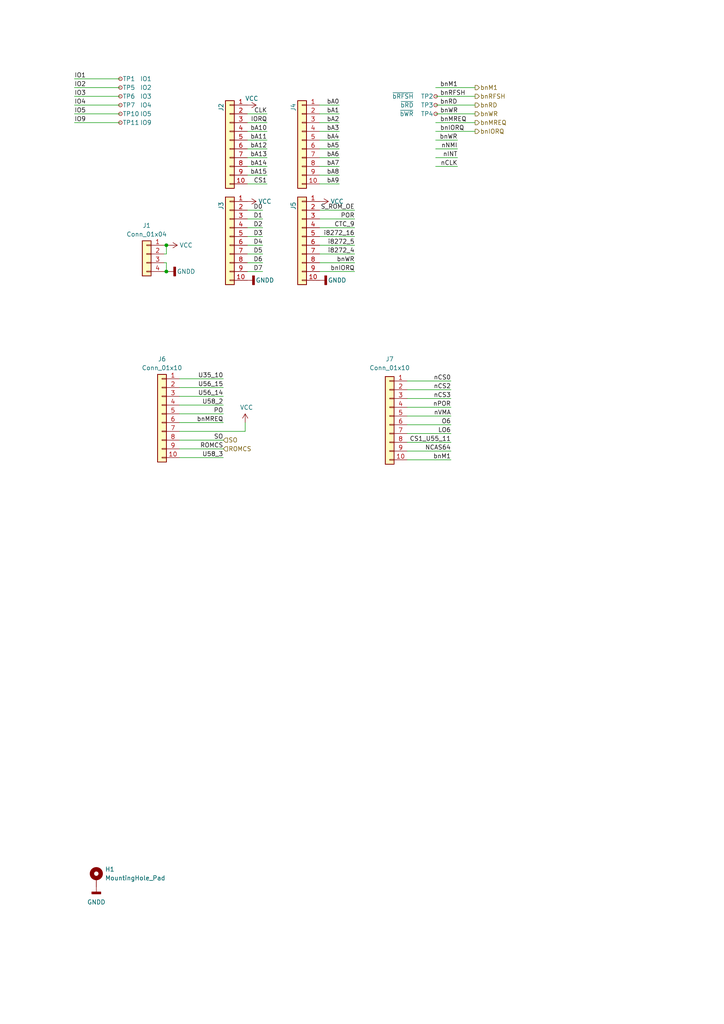
<source format=kicad_sch>
(kicad_sch (version 20230121) (generator eeschema)
  (paper "A4" portrait)
  (lib_symbols
    (symbol "Connector:TestPoint_Small" (pin_numbers hide) (pin_names (offset 0.762) hide)
      (property "Reference" "TP" (at 0 3.81 0))
      (property "Value" "TestPoint_Small" (at 0 2.032 0))
      (symbol "TestPoint_Small_0_1"
        (circle (center 0 0) (radius 0.508))
      )
      (symbol "TestPoint_Small_1_1"
        (pin passive line (at 0 0 90) (length 0) (name "1") (number "1"))
      )
    )
    (symbol "Connector_Generic:Conn_01x04" (pin_names (offset 1.016) hide)
      (property "Reference" "J" (at 0 5.08 0))
      (property "Value" "Conn_01x04" (at 0 -7.62 0))
      (symbol "Conn_01x04_1_1"
        (rectangle (start -1.27 -4.953) (end 0 -5.207) (stroke (width 0.1524)))
        (rectangle (start -1.27 -2.413) (end 0 -2.667) (stroke (width 0.1524)))
        (rectangle (start -1.27 0.127) (end 0 -0.127) (stroke (width 0.1524)))
        (rectangle (start -1.27 2.667) (end 0 2.413) (stroke (width 0.1524)))
        (rectangle (start -1.27 3.81) (end 1.27 -6.35) (stroke (width 0.254)) (fill (type background)))
        (pin passive line (at -5.08 2.54 0) (length 3.81) (name "Pin_1") (number "1"))
        (pin passive line (at -5.08 0 0) (length 3.81) (name "Pin_2") (number "2"))
        (pin passive line (at -5.08 -2.54 0) (length 3.81) (name "Pin_3") (number "3"))
        (pin passive line (at -5.08 -5.08 0) (length 3.81) (name "Pin_4") (number "4"))
      )
    )
    (symbol "Connector_Generic:Conn_01x10" (pin_names (offset 1.016) hide)
      (property "Reference" "J" (at 0 12.7 0))
      (property "Value" "Conn_01x10" (at 0 -15.24 0))
      (symbol "Conn_01x10_1_1"
        (rectangle (start -1.27 -12.573) (end 0 -12.827) (stroke (width 0.1524)))
        (rectangle (start -1.27 -10.033) (end 0 -10.287) (stroke (width 0.1524)))
        (rectangle (start -1.27 -7.493) (end 0 -7.747) (stroke (width 0.1524)))
        (rectangle (start -1.27 -4.953) (end 0 -5.207) (stroke (width 0.1524)))
        (rectangle (start -1.27 -2.413) (end 0 -2.667) (stroke (width 0.1524)))
        (rectangle (start -1.27 0.127) (end 0 -0.127) (stroke (width 0.1524)))
        (rectangle (start -1.27 2.667) (end 0 2.413) (stroke (width 0.1524)))
        (rectangle (start -1.27 5.207) (end 0 4.953) (stroke (width 0.1524)))
        (rectangle (start -1.27 7.747) (end 0 7.493) (stroke (width 0.1524)))
        (rectangle (start -1.27 10.287) (end 0 10.033) (stroke (width 0.1524)))
        (rectangle (start -1.27 11.43) (end 1.27 -13.97) (stroke (width 0.254)) (fill (type background)))
        (pin passive line (at -5.08 10.16 0) (length 3.81) (name "Pin_1") (number "1"))
        (pin passive line (at -5.08 -12.7 0) (length 3.81) (name "Pin_10") (number "10"))
        (pin passive line (at -5.08 7.62 0) (length 3.81) (name "Pin_2") (number "2"))
        (pin passive line (at -5.08 5.08 0) (length 3.81) (name "Pin_3") (number "3"))
        (pin passive line (at -5.08 2.54 0) (length 3.81) (name "Pin_4") (number "4"))
        (pin passive line (at -5.08 0 0) (length 3.81) (name "Pin_5") (number "5"))
        (pin passive line (at -5.08 -2.54 0) (length 3.81) (name "Pin_6") (number "6"))
        (pin passive line (at -5.08 -5.08 0) (length 3.81) (name "Pin_7") (number "7"))
        (pin passive line (at -5.08 -7.62 0) (length 3.81) (name "Pin_8") (number "8"))
        (pin passive line (at -5.08 -10.16 0) (length 3.81) (name "Pin_9") (number "9"))
      )
    )
    (symbol "Mechanical:MountingHole_Pad" (pin_numbers hide) (pin_names (offset 1.016) hide)
      (property "Reference" "H" (at 0 6.35 0))
      (property "Value" "MountingHole_Pad" (at 0 4.445 0))
      (symbol "MountingHole_Pad_0_1"
        (circle (center 0 1.27) (radius 1.27) (stroke (width 1.27)))
      )
      (symbol "MountingHole_Pad_1_1"
        (pin input line (at 0 -2.54 90) (length 2.54) (name "1") (number "1"))
      )
    )
    (symbol "power:GNDD" (power) (pin_names (offset 0))
      (property "Value" "GNDD" (at 0 -3.175 0))
      (symbol "GNDD_0_1"
        (rectangle (start -1.27 -1.524) (end 1.27 -2.032) (stroke (width 0.254)) (fill (type outline)))
        (polyline (pts (xy 0 0) (xy 0 -1.524)))
      )
      (symbol "GNDD_1_1"
        (pin power_in line (at 0 0 270) (length 0) hide (name "GNDD") (number "1"))
      )
    )
    (symbol "power:VCC" (power) (pin_names (offset 0))
      (property "Value" "VCC" (at 0 3.81 0))
      (symbol "VCC_0_1"
        (polyline (pts (xy -0.762 1.27) (xy 0 2.54)))
        (polyline (pts (xy 0 0) (xy 0 2.54)))
        (polyline (pts (xy 0 2.54) (xy 0.762 1.27)))
      )
      (symbol "VCC_1_1"
        (pin power_in line (at 0 0 90) (length 0) hide (name "VCC") (number "1"))
      )
    )
  )
  (junction (at 48.26 71.12))
  (junction (at 48.26 78.74))
  (wire (pts (xy 92.71 68.58) (xy 102.87 68.58)))
  (wire (pts (xy 126.365 27.94) (xy 137.795 27.94)))
  (wire (pts (xy 52.07 114.935) (xy 64.77 114.935)))
  (wire (pts (xy 71.755 63.5) (xy 76.2 63.5)))
  (wire (pts (xy 118.11 130.81) (xy 130.81 130.81)))
  (wire (pts (xy 52.07 112.395) (xy 64.77 112.395)))
  (wire (pts (xy 71.755 33.02) (xy 77.47 33.02)))
  (wire (pts (xy 71.755 60.96) (xy 76.2 60.96)))
  (wire (pts (xy 92.71 38.1) (xy 98.425 38.1)))
  (wire (pts (xy 126.365 40.64) (xy 132.715 40.64)))
  (wire (pts (xy 48.26 71.12) (xy 48.895 71.12)))
  (wire (pts (xy 92.71 63.5) (xy 102.87 63.5)))
  (wire (pts (xy 71.755 48.26) (xy 77.47 48.26)))
  (wire (pts (xy 92.71 66.04) (xy 102.87 66.04)))
  (wire (pts (xy 71.755 78.74) (xy 76.2 78.74)))
  (wire (pts (xy 21.59 33.02) (xy 34.925 33.02)))
  (wire (pts (xy 71.755 35.56) (xy 77.47 35.56)))
  (wire (pts (xy 48.26 76.2) (xy 48.26 78.74)))
  (wire (pts (xy 92.71 35.56) (xy 98.425 35.56)))
  (wire (pts (xy 71.12 122.555) (xy 71.12 125.095)))
  (wire (pts (xy 71.755 71.12) (xy 76.2 71.12)))
  (wire (pts (xy 21.59 35.56) (xy 34.925 35.56)))
  (wire (pts (xy 92.71 50.8) (xy 98.425 50.8)))
  (wire (pts (xy 92.71 33.02) (xy 98.425 33.02)))
  (wire (pts (xy 92.71 43.18) (xy 98.425 43.18)))
  (wire (pts (xy 92.71 73.66) (xy 102.87 73.66)))
  (wire (pts (xy 48.26 73.66) (xy 48.26 71.12)))
  (wire (pts (xy 47.625 76.2) (xy 48.26 76.2)))
  (wire (pts (xy 52.07 127.635) (xy 64.77 127.635)))
  (wire (pts (xy 126.365 48.26) (xy 132.715 48.26)))
  (wire (pts (xy 118.11 115.57) (xy 130.81 115.57)))
  (wire (pts (xy 118.11 128.27) (xy 130.81 128.27)))
  (wire (pts (xy 92.71 45.72) (xy 98.425 45.72)))
  (wire (pts (xy 47.625 73.66) (xy 48.26 73.66)))
  (wire (pts (xy 118.11 123.19) (xy 130.81 123.19)))
  (wire (pts (xy 126.365 25.4) (xy 137.795 25.4)))
  (wire (pts (xy 52.07 125.095) (xy 71.12 125.095)))
  (wire (pts (xy 52.07 130.175) (xy 64.77 130.175)))
  (wire (pts (xy 21.59 30.48) (xy 34.925 30.48)))
  (wire (pts (xy 126.365 35.56) (xy 137.795 35.56)))
  (wire (pts (xy 118.11 110.49) (xy 130.81 110.49)))
  (wire (pts (xy 48.26 78.74) (xy 48.895 78.74)))
  (wire (pts (xy 52.07 132.715) (xy 64.77 132.715)))
  (wire (pts (xy 71.755 76.2) (xy 76.2 76.2)))
  (wire (pts (xy 71.755 68.58) (xy 76.2 68.58)))
  (wire (pts (xy 21.59 25.4) (xy 34.925 25.4)))
  (wire (pts (xy 118.11 125.73) (xy 130.81 125.73)))
  (wire (pts (xy 126.365 30.48) (xy 137.795 30.48)))
  (wire (pts (xy 71.755 40.64) (xy 77.47 40.64)))
  (wire (pts (xy 71.755 43.18) (xy 77.47 43.18)))
  (wire (pts (xy 52.07 120.015) (xy 64.77 120.015)))
  (wire (pts (xy 92.71 71.12) (xy 102.87 71.12)))
  (wire (pts (xy 92.71 78.74) (xy 102.87 78.74)))
  (wire (pts (xy 21.59 22.86) (xy 34.925 22.86)))
  (wire (pts (xy 126.365 45.72) (xy 132.715 45.72)))
  (wire (pts (xy 126.365 33.02) (xy 137.795 33.02)))
  (wire (pts (xy 92.71 76.2) (xy 102.87 76.2)))
  (wire (pts (xy 132.715 43.18) (xy 126.365 43.18)))
  (wire (pts (xy 52.07 122.555) (xy 64.77 122.555)))
  (wire (pts (xy 118.11 118.11) (xy 130.81 118.11)))
  (wire (pts (xy 118.11 120.65) (xy 130.81 120.65)))
  (wire (pts (xy 71.755 50.8) (xy 77.47 50.8)))
  (wire (pts (xy 92.71 40.64) (xy 98.425 40.64)))
  (wire (pts (xy 71.755 38.1) (xy 77.47 38.1)))
  (wire (pts (xy 21.59 27.94) (xy 34.925 27.94)))
  (wire (pts (xy 71.755 73.66) (xy 76.2 73.66)))
  (wire (pts (xy 47.625 78.74) (xy 48.26 78.74)))
  (wire (pts (xy 71.755 53.34) (xy 77.47 53.34)))
  (wire (pts (xy 118.11 113.03) (xy 130.81 113.03)))
  (wire (pts (xy 126.365 38.1) (xy 137.795 38.1)))
  (wire (pts (xy 48.26 71.12) (xy 47.625 71.12)))
  (wire (pts (xy 92.71 30.48) (xy 98.425 30.48)))
  (wire (pts (xy 92.71 53.34) (xy 98.425 53.34)))
  (wire (pts (xy 52.07 117.475) (xy 64.77 117.475)))
  (wire (pts (xy 118.11 133.35) (xy 130.81 133.35)))
  (wire (pts (xy 92.71 60.96) (xy 102.87 60.96)))
  (wire (pts (xy 71.755 45.72) (xy 77.47 45.72)))
  (wire (pts (xy 71.755 66.04) (xy 76.2 66.04)))
  (wire (pts (xy 52.07 109.855) (xy 64.77 109.855)))
  (wire (pts (xy 92.71 48.26) (xy 98.425 48.26)))
  (label "IO1" (at 21.59 22.86 0))
  (label "D2" (at 76.2 66.04 180))
  (label "nINT" (at 132.715 45.72 180))
  (label "PO" (at 64.77 120.015 180))
  (label "bA5" (at 98.425 43.18 180))
  (label "CS1" (at 77.47 53.34 180))
  (label "bA0" (at 98.425 30.48 180))
  (label "D3" (at 76.2 68.58 180))
  (label "i8272_4" (at 102.87 73.66 180))
  (label "U35_10" (at 64.77 109.855 180))
  (label "bA4" (at 98.425 40.64 180))
  (label "IO5" (at 21.59 33.02 0))
  (label "bnIORQ" (at 102.87 78.74 180))
  (label "IO4" (at 21.59 30.48 0))
  (label "U56_15" (at 64.77 112.395 180))
  (label "bnMREQ" (at 64.77 122.555 180))
  (label "bA10" (at 77.47 38.1 180))
  (label "bA14" (at 77.47 48.26 180))
  (label "D7" (at 76.2 78.74 180))
  (label "IO3" (at 21.59 27.94 0))
  (label "bnRD" (at 127.635 30.48 0))
  (label "nCS0" (at 130.81 110.49 180))
  (label "bnWR" (at 102.87 76.2 180))
  (label "NCAS64" (at 130.81 130.81 180))
  (label "bA12" (at 77.47 43.18 180))
  (label "bnWR" (at 127.635 33.02 0))
  (label "bA7" (at 98.425 48.26 180))
  (label "bnIORQ" (at 127.635 38.1 0))
  (label "O6" (at 130.81 123.19 180))
  (label "D0" (at 76.2 60.96 180))
  (label "D6" (at 76.2 76.2 180))
  (label "D5" (at 76.2 73.66 180))
  (label "bA11" (at 77.47 40.64 180))
  (label "CS1_U55_11" (at 130.81 128.27 180))
  (label "bA8" (at 98.425 50.8 180))
  (label "D4" (at 76.2 71.12 180))
  (label "U58_2" (at 64.77 117.475 180))
  (label "nPOR" (at 130.81 118.11 180))
  (label "bA9" (at 98.425 53.34 180))
  (label "bnM1" (at 130.81 133.35 180))
  (label "bA1" (at 98.425 33.02 180))
  (label "SO" (at 64.77 127.635 180))
  (label "bA2" (at 98.425 35.56 180))
  (label "POR" (at 102.87 63.5 180))
  (label "U58_3" (at 64.77 132.715 180))
  (label "bnRFSH" (at 127.635 27.94 0))
  (label "D1" (at 76.2 63.5 180))
  (label "bnMREQ" (at 127.635 35.56 0))
  (label "nCS2" (at 130.81 113.03 180))
  (label "LO6" (at 130.81 125.73 180))
  (label "bA6" (at 98.425 45.72 180))
  (label "nVMA" (at 130.81 120.65 180))
  (label "i8272_16" (at 102.87 68.58 180))
  (label "U56_14" (at 64.77 114.935 180))
  (label "bA15" (at 77.47 50.8 180))
  (label "bnM1" (at 127.635 25.4 0))
  (label "nCS3" (at 130.81 115.57 180))
  (label "CLK" (at 77.47 33.02 180))
  (label "IO2" (at 21.59 25.4 0))
  (label "bA13" (at 77.47 45.72 180))
  (label "IO9" (at 21.59 35.56 0))
  (label "bnWR" (at 132.715 40.64 180))
  (label "nNMI" (at 132.715 43.18 180))
  (label "nCLK" (at 132.715 48.26 180))
  (label "i8272_5" (at 102.87 71.12 180))
  (label "S_ROM_OE" (at 102.87 60.96 180))
  (label "CTC_9" (at 102.87 66.04 180))
  (label "ROMCS" (at 64.77 130.175 180))
  (label "bA3" (at 98.425 38.1 180))
  (label "IORQ" (at 77.47 35.56 180))
  (hierarchical_label "bnRD" (shape output) (at 137.795 30.48 0))
  (hierarchical_label "bnRFSH" (shape output) (at 137.795 27.94 0))
  (hierarchical_label "ROMCS" (shape input) (at 64.77 130.175 0))
  (hierarchical_label "bnWR" (shape output) (at 137.795 33.02 0))
  (hierarchical_label "bnMREQ" (shape output) (at 137.795 35.56 0))
  (hierarchical_label "SO" (shape input) (at 64.77 127.635 0))
  (hierarchical_label "bnIORQ" (shape output) (at 137.795 38.1 0))
  (hierarchical_label "bnM1" (shape output) (at 137.795 25.4 0))
  (symbol (lib_id "Connector:TestPoint_Small") (at 34.925 33.02 0) (unit 1)
    (property "Reference" "TP10" (at 35.56 33.02 0) (effects (justify left)))
    (property "Value" "IO5" (at 40.64 33.02 0) (effects (justify left)))
    (property "Footprint" "Cobra_original:TestPoint_Hole_D1mm_Drill0.6mm" (effects hide))
  )
  (symbol (lib_id "power:GNDD") (at 27.94 257.175 0) (unit 1)
    (property "Reference" "#PWR01" (effects hide))
    (property "Value" "GNDD" (at 27.94 261.62 0))
  )
  (symbol (lib_id "Connector_Generic:Conn_01x10") (at 66.675 68.58 0) (mirror y) (unit 1)
    (property "Reference" "J3" (at 64.135 59.69 90))
    (property "Value" "Conn_01x10" (effects hide))
    (property "Footprint" "Connector_PinSocket_2.54mm:PinSocket_1x10_P2.54mm_Vertical" (effects hide))
  )
  (symbol (lib_id "Connector:TestPoint_Small") (at 34.925 35.56 0) (unit 1)
    (property "Reference" "TP11" (at 35.56 35.56 0) (effects (justify left)))
    (property "Value" "IO9" (at 40.64 35.56 0) (effects (justify left)))
    (property "Footprint" "Cobra_original:TestPoint_Hole_D1mm_Drill0.6mm" (effects hide))
  )
  (symbol (lib_id "Connector:TestPoint_Small") (at 126.365 33.02 0) (mirror y) (unit 1)
    (property "Reference" "TP4" (at 125.73 33.02 0) (effects (justify left)))
    (property "Value" "~{bWR}" (at 120.015 33.02 0) (effects (justify left)))
    (property "Footprint" "Cobra_original:TestPoint_Hole_D1mm_Drill0.6mm" (effects hide))
  )
  (symbol (lib_id "power:GNDD") (at 92.71 81.28 90) (unit 1)
    (property "Reference" "#PWR08" (effects hide))
    (property "Value" "GNDD" (at 97.79 81.28 90))
  )
  (symbol (lib_id "Connector_Generic:Conn_01x10") (at 87.63 40.64 0) (mirror y) (unit 1)
    (property "Reference" "J4" (at 85.09 31.115 90))
    (property "Value" "Conn_01x10" (effects hide))
    (property "Footprint" "Connector_PinSocket_2.54mm:PinSocket_1x10_P2.54mm_Vertical" (effects hide))
  )
  (symbol (lib_id "Connector:TestPoint_Small") (at 126.365 30.48 0) (mirror y) (unit 1)
    (property "Reference" "TP3" (at 125.73 30.48 0) (effects (justify left)))
    (property "Value" "~{bRD}" (at 120.015 30.48 0) (effects (justify left)))
    (property "Footprint" "Cobra_original:TestPoint_Hole_D1mm_Drill0.6mm" (effects hide))
  )
  (symbol (lib_id "power:VCC") (at 71.755 58.42 270) (unit 1)
    (property "Reference" "#PWR05" (effects hide))
    (property "Value" "VCC" (at 76.835 58.42 90))
  )
  (symbol (lib_id "Connector:TestPoint_Small") (at 34.925 25.4 0) (unit 1)
    (property "Reference" "TP5" (at 35.56 25.4 0) (effects (justify left)))
    (property "Value" "IO2" (at 40.64 25.4 0) (effects (justify left)))
    (property "Footprint" "Cobra_original:TestPoint_Hole_D1mm_Drill0.6mm" (effects hide))
  )
  (symbol (lib_id "Connector_Generic:Conn_01x04") (at 42.545 73.66 0) (mirror y) (unit 1)
    (property "Reference" "J1" (at 42.545 65.405 0))
    (property "Value" "Conn_01x04" (at 42.545 67.945 0))
    (property "Footprint" "Connector_PinSocket_2.54mm:PinSocket_1x04_P2.54mm_Vertical" (effects hide))
  )
  (symbol (lib_id "Connector_Generic:Conn_01x10") (at 113.03 120.65 0) (mirror y) (unit 1)
    (property "Reference" "J7" (at 113.03 104.14 0))
    (property "Value" "Conn_01x10" (at 113.03 106.68 0))
    (property "Footprint" "Connector_PinSocket_2.54mm:PinSocket_1x10_P2.54mm_Vertical" (effects hide))
  )
  (symbol (lib_id "Connector:TestPoint_Small") (at 34.925 30.48 0) (unit 1)
    (property "Reference" "TP7" (at 35.56 30.48 0) (effects (justify left)))
    (property "Value" "IO4" (at 40.64 30.48 0) (effects (justify left)))
    (property "Footprint" "Cobra_original:TestPoint_Hole_D1mm_Drill0.6mm" (effects hide))
  )
  (symbol (lib_id "Connector:TestPoint_Small") (at 126.365 27.94 0) (mirror y) (unit 1)
    (property "Reference" "TP2" (at 125.73 27.94 0) (effects (justify left)))
    (property "Value" "~{bRFSH}" (at 120.015 27.94 0) (effects (justify left)))
    (property "Footprint" "Cobra_original:TestPoint_Hole_D1mm_Drill0.6mm" (effects hide))
  )
  (symbol (lib_id "power:VCC") (at 92.71 58.42 270) (unit 1)
    (property "Reference" "#PWR07" (effects hide))
    (property "Value" "VCC" (at 97.79 58.42 90))
  )
  (symbol (lib_id "Connector_Generic:Conn_01x10") (at 87.63 68.58 0) (mirror y) (unit 1)
    (property "Reference" "J5" (at 85.09 59.69 90))
    (property "Value" "Conn_01x10" (effects hide))
    (property "Footprint" "Connector_PinSocket_2.54mm:PinSocket_1x10_P2.54mm_Vertical" (effects hide))
  )
  (symbol (lib_id "Connector:TestPoint_Small") (at 34.925 22.86 0) (unit 1)
    (property "Reference" "TP1" (at 35.56 22.86 0) (effects (justify left)))
    (property "Value" "IO1" (at 40.64 22.86 0) (effects (justify left)))
    (property "Footprint" "Cobra_original:TestPoint_Hole_D1mm_Drill0.6mm" (effects hide))
  )
  (symbol (lib_id "power:GNDD") (at 71.755 81.28 90) (unit 1)
    (property "Reference" "#PWR06" (effects hide))
    (property "Value" "GNDD" (at 76.835 81.28 90))
  )
  (symbol (lib_id "power:VCC") (at 48.895 71.12 270) (unit 1)
    (property "Reference" "#PWR02" (effects hide))
    (property "Value" "VCC" (at 53.975 71.12 90))
  )
  (symbol (lib_id "power:VCC") (at 71.12 122.555 0) (unit 1)
    (property "Reference" "#PWR09" (effects hide))
    (property "Value" "VCC" (at 71.501 118.1608 0))
  )
  (symbol (lib_id "Mechanical:MountingHole_Pad") (at 27.94 254.635 0) (unit 1)
    (property "Reference" "H1" (at 30.48 252.095 0) (effects (justify left)))
    (property "Value" "MountingHole_Pad" (at 30.48 254.635 0) (effects (justify left)))
    (property "Footprint" "MountingHole:MountingHole_3.2mm_M3_DIN965_Pad" (effects hide))
  )
  (symbol (lib_id "Connector_Generic:Conn_01x10") (at 46.99 120.015 0) (mirror y) (unit 1)
    (property "Reference" "J6" (at 46.99 104.14 0))
    (property "Value" "Conn_01x10" (at 46.99 106.68 0))
    (property "Footprint" "Connector_PinSocket_2.54mm:PinSocket_1x10_P2.54mm_Vertical" (effects hide))
  )
  (symbol (lib_id "Connector:TestPoint_Small") (at 34.925 27.94 0) (unit 1)
    (property "Reference" "TP6" (at 35.56 27.94 0) (effects (justify left)))
    (property "Value" "IO3" (at 40.64 27.94 0) (effects (justify left)))
    (property "Footprint" "Cobra_original:TestPoint_Hole_D1mm_Drill0.6mm" (effects hide))
  )
  (symbol (lib_id "Connector_Generic:Conn_01x10") (at 66.675 40.64 0) (mirror y) (unit 1)
    (property "Reference" "J2" (at 64.135 31.115 90))
    (property "Value" "Conn_01x10" (effects hide))
    (property "Footprint" "Connector_PinSocket_2.54mm:PinSocket_1x10_P2.54mm_Vertical" (effects hide))
  )
  (symbol (lib_id "power:GNDD") (at 48.895 78.74 90) (unit 1)
    (property "Reference" "#PWR03" (effects hide))
    (property "Value" "GNDD" (at 53.975 78.74 90))
  )
  (symbol (lib_id "power:VCC") (at 71.755 30.48 270) (unit 1)
    (property "Reference" "#PWR04" (effects hide))
    (property "Value" "VCC" (at 73.025 28.575 90))
  )
)
</source>
